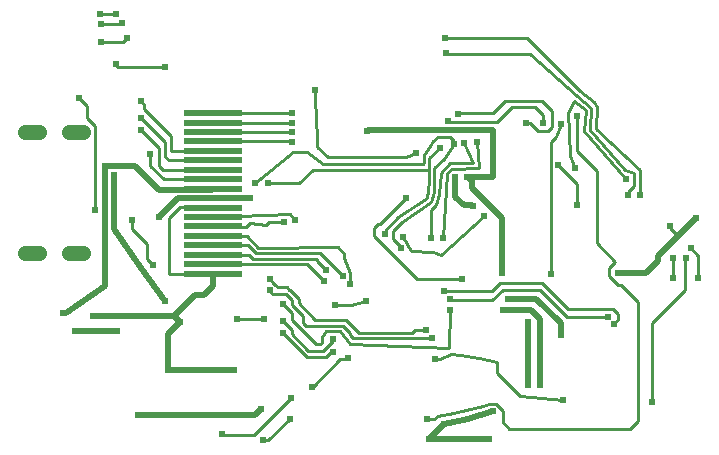
<source format=gbl>
G04 ---------------------------- Layer name :BOTTOM LAYER*
G04 EasyEDA v5.7.22, Tue, 28 Aug 2018 07:39:09 GMT*
G04 bfd24f9e386c429bb71d77877026fdf2*
G04 Gerber Generator version 0.2*
G04 Scale: 100 percent, Rotated: No, Reflected: No *
G04 Dimensions in inches *
G04 leading zeros omitted , absolute positions ,2 integer and 4 decimal *
%FSLAX24Y24*%
%MOIN*%
G90*
G70D02*

%ADD13C,0.020000*%
%ADD14C,0.010000*%
%ADD18C,0.024400*%
%ADD38C,0.051181*%
%ADD39R,0.196850X0.023620*%

%LPD*%
G54D13*
G01X2631Y4598D02*
G01X5331Y4598D01*
G01X5531Y4398D01*
G01X6631Y5998D02*
G01X6631Y5598D01*
G01X6331Y5298D01*
G01X6031Y5298D01*
G01X5331Y4598D01*
G01X1631Y4698D02*
G01X1731Y4698D01*
G01X3031Y5598D01*
G01X3031Y8598D01*
G01X3031Y9598D01*
G01X3431Y4098D02*
G01X2031Y4098D01*
G54D14*
G01X6631Y9148D02*
G01X4981Y9148D01*
G01X4531Y9598D01*
G01X4531Y9998D01*
G01X6631Y9463D02*
G01X4966Y9463D01*
G01X4831Y9598D01*
G01X4831Y10198D01*
G01X4231Y10798D01*
G01X6631Y9776D02*
G01X5152Y9776D01*
G01X5031Y9898D01*
G01X5031Y10398D01*
G01X4231Y11198D01*
G01X4211Y11738D02*
G01X4331Y11617D01*
G01X4331Y11498D01*
G01X5231Y10598D01*
G01X5231Y10098D01*
G01X6631Y10091D01*
G54D13*
G01X3031Y9598D02*
G01X4031Y9598D01*
G01X4731Y8898D01*
G01X4831Y8798D01*
G01X5031Y8798D01*
G01X6596Y8798D01*
G01X6631Y8832D01*
G01X6631Y8517D02*
G01X5451Y8517D01*
G01X4831Y7898D01*
G01X3331Y9298D02*
G01X3331Y7498D01*
G01X4231Y6198D01*
G01X5031Y5098D01*
G01X5131Y2798D02*
G01X5131Y3998D01*
G01X5531Y4398D01*
G54D14*
G01X2695Y8134D02*
G01X2695Y10934D01*
G01X2431Y11198D01*
G01X2431Y11598D01*
G01X2161Y11867D01*
G01X8331Y4498D02*
G01X7431Y4498D01*
G01X3931Y7798D02*
G01X3931Y7498D01*
G01X4431Y6998D01*
G01X4431Y6498D01*
G01X4631Y6298D01*
G54D13*
G01X5131Y2798D02*
G01X7331Y2798D01*
G01X4131Y1298D02*
G01X8031Y1298D01*
G01X8231Y1498D01*
G01X13831Y498D02*
G01X14331Y998D01*
G01X17131Y3698D02*
G01X17131Y4398D01*
G01X16291Y4798D02*
G01X17231Y4798D01*
G01X17531Y4498D01*
G01X17531Y2298D01*
G01X14331Y998D02*
G01X15111Y1167D01*
G01X15941Y1407D01*
G01X15941Y1407D01*
G01X17131Y2298D02*
G01X17131Y3698D01*
G01X18211Y3967D02*
G01X18211Y4348D01*
G01X17391Y5167D01*
G01X16451Y5167D01*
G01X13831Y498D02*
G01X15831Y498D01*
G54D14*
G01X19791Y4567D02*
G01X18421Y4567D01*
G01X17531Y5457D01*
G01X16281Y5457D01*
G01X15931Y5107D01*
G01X14551Y5107D01*
G01X14521Y5138D01*
G01X21941Y5838D02*
G01X21941Y6517D01*
G01X21951Y6528D01*
G01X22791Y5848D02*
G01X22791Y6598D01*
G01X22551Y6838D01*
G01X14331Y5428D02*
G01X15931Y5428D01*
G01X16201Y5698D01*
G01X17591Y5698D01*
G01X18461Y4828D01*
G01X19961Y4828D01*
G01X20131Y4657D01*
G01X20131Y4478D01*
G01X19981Y4328D01*
G54D13*
G01X14691Y9217D02*
G01X14691Y8567D01*
G01X14971Y8288D01*
G01X15241Y8288D01*
G01X15291Y8238D01*
G01X16241Y6007D02*
G01X16241Y7867D01*
G01X15241Y8867D01*
G01X15241Y9078D01*
G01X15101Y9217D01*
G01X6631Y8517D02*
G01X7831Y8517D01*
G01X7841Y8528D01*
G01X15101Y9217D02*
G01X15960Y9217D01*
G01X15964Y10778D01*
G01X11771Y10778D01*
G01X11761Y10767D01*
G54D14*
G01X6910Y637D02*
G01X7990Y637D01*
G01X9211Y1857D01*
G01X9931Y2228D02*
G01X9941Y2228D01*
G01X10851Y3138D01*
G01X11091Y3138D01*
G01X11131Y3178D01*
G01X21241Y1717D02*
G01X21241Y4348D01*
G01X22361Y5467D01*
G01X22361Y6498D01*
G01X22391Y6528D01*
G01X18271Y1778D02*
G01X16863Y1936D01*
G01X16101Y2698D01*
G01X16101Y3067D01*
G01X15501Y3188D01*
G01X14861Y3278D01*
G01X14551Y3317D01*
G01X14191Y3167D01*
G01X14021Y3167D01*
G01X6631Y6313D02*
G01X9756Y6313D01*
G01X10311Y5757D01*
G01X6631Y6628D02*
G01X7831Y6628D01*
G01X7961Y6498D01*
G01X10081Y6488D01*
G01X10081Y6417D01*
G01X10391Y6107D01*
G01X6631Y6942D02*
G01X7776Y6942D01*
G01X8041Y6678D01*
G01X10191Y6678D01*
G01X10951Y5917D01*
G01X11201Y5657D02*
G01X11191Y6007D01*
G01X11001Y6507D01*
G01X10971Y6657D01*
G01X10801Y6888D01*
G01X8131Y6848D01*
G01X7741Y7238D01*
G01X6651Y7238D01*
G01X6631Y7257D01*
G01X6631Y7888D02*
G01X9181Y7988D01*
G01X9341Y7788D01*
G01X9001Y7728D02*
G01X8471Y7728D01*
G01X8371Y7628D01*
G01X7861Y7688D01*
G01X7731Y7557D01*
G01X6646Y7557D01*
G01X6631Y7573D01*
G01X10611Y3388D02*
G01X10541Y3388D01*
G01X10381Y3228D01*
G01X9741Y3228D01*
G01X8961Y4007D01*
G01X10611Y3817D02*
G01X10611Y3757D01*
G01X10281Y3428D01*
G01X9791Y3428D01*
G01X9241Y3978D01*
G01X9241Y4128D01*
G01X8961Y4407D01*
G01X3370Y14658D02*
G01X2871Y14658D01*
G01X2851Y14638D01*
G01X14511Y4788D02*
G01X14491Y3528D01*
G01X11201Y3657D01*
G01X10841Y4098D01*
G01X10381Y4088D01*
G01X10261Y3898D01*
G01X10261Y3698D01*
G01X10201Y3638D01*
G01X10041Y3638D01*
G01X9241Y4438D01*
G01X9241Y4688D01*
G01X8951Y4978D01*
G01X2881Y14307D02*
G01X3570Y14307D01*
G01X3570Y14348D01*
G01X13931Y3857D02*
G01X13421Y3857D01*
G01X13401Y3838D01*
G01X11301Y3838D01*
G01X11181Y3957D01*
G01X11181Y4028D01*
G01X10941Y4267D01*
G01X9711Y4267D01*
G01X9611Y4367D01*
G01X9611Y4598D01*
G01X9241Y4967D01*
G01X9241Y5107D01*
G01X9041Y5307D01*
G01X8601Y5307D01*
G01X8531Y5438D01*
G01X13721Y4107D02*
G01X13341Y4107D01*
G01X13241Y4007D01*
G01X11481Y4007D01*
G01X11041Y4457D01*
G01X10021Y4457D01*
G01X9471Y5007D01*
G01X9471Y5157D01*
G01X9171Y5457D01*
G01X9161Y5457D01*
G01X9081Y5538D01*
G01X8791Y5538D01*
G01X8701Y5628D01*
G01X8681Y5628D01*
G01X8591Y5717D01*
G01X8591Y5748D01*
G01X8531Y5807D01*
G01X2891Y13708D02*
G01X3611Y13708D01*
G01X3761Y13857D01*
G01X5011Y12902D02*
G01X3446Y12902D01*
G01X3370Y12978D01*
G54D13*
G01X20131Y6028D02*
G01X21051Y6028D01*
G01X21451Y6428D01*
G01X21451Y6588D01*
G01X21921Y7057D01*
G01X21921Y7057D01*
G01X22731Y7867D01*
G54D14*
G01X12951Y7228D02*
G01X13221Y6748D01*
G01X13941Y6717D01*
G01X14211Y6607D01*
G01X15661Y7907D01*
G01X17881Y5978D02*
G01X17881Y10388D01*
G01X18051Y10557D01*
G01X18221Y10988D01*
G01X13741Y1148D02*
G01X13991Y1148D01*
G01X14131Y1238D01*
G01X14241Y1298D01*
G01X14491Y1328D01*
G01X15611Y1578D01*
G01X15811Y1657D01*
G01X16061Y1657D01*
G01X16291Y1428D01*
G01X16291Y1038D01*
G01X16501Y828D01*
G01X20531Y828D01*
G01X20801Y1088D01*
G01X20801Y5048D01*
G01X20221Y5628D01*
G01X20111Y5628D01*
G01X19811Y5928D01*
G01X19811Y6188D01*
G01X20021Y6398D01*
G01X19411Y7007D01*
G01X19411Y9405D01*
G01X18741Y10076D01*
G01X18741Y11257D01*
G01X12881Y6857D02*
G01X12881Y6878D01*
G01X12621Y7138D01*
G01X12621Y7407D01*
G01X12911Y7728D01*
G01X13891Y8398D01*
G01X13981Y8728D01*
G01X13981Y9507D01*
G01X14309Y9836D01*
G01X14641Y10317D01*
G01X12351Y7308D02*
G01X12351Y7437D01*
G01X12801Y7887D01*
G01X13741Y8517D01*
G01X13801Y8798D01*
G01X13820Y9087D01*
G01X13820Y9847D01*
G01X14171Y10198D01*
G01X13891Y7198D02*
G01X13891Y8107D01*
G01X14051Y8298D01*
G01X14157Y8663D01*
G01X14211Y9367D01*
G01X14521Y9698D01*
G01X15301Y9698D01*
G01X14991Y10357D01*
G01X14281Y7198D02*
G01X14411Y9338D01*
G01X14591Y9488D01*
G01X15491Y9507D01*
G01X15431Y10398D01*
G01X17621Y11017D02*
G01X17621Y11288D01*
G01X17341Y11567D01*
G01X16601Y11567D01*
G01X16101Y11067D01*
G01X14451Y11067D01*
G01X14441Y11078D01*
G01X17041Y11017D02*
G01X17171Y11017D01*
G01X17441Y10748D01*
G01X17771Y10748D01*
G01X17911Y10888D01*
G01X17911Y11407D01*
G01X17571Y11748D01*
G01X16351Y11748D01*
G01X15961Y11357D01*
G01X14841Y11357D01*
G01X14801Y11317D01*
G01X21841Y7578D02*
G01X21841Y7536D01*
G01X22120Y7257D01*
G01X20860Y8628D02*
G01X20860Y9458D01*
G01X19391Y10837D01*
G01X19431Y11567D01*
G01X19320Y11728D01*
G01X18841Y12098D01*
G01X17081Y13857D01*
G01X14361Y13857D01*
G01X20460Y8608D02*
G01X20460Y8717D01*
G01X20670Y8928D01*
G01X20670Y9355D01*
G01X20341Y9467D01*
G01X19181Y10798D01*
G01X19220Y11528D01*
G01X18760Y11917D01*
G01X17201Y13328D01*
G01X14381Y13328D01*
G01X14371Y13338D01*
G01X18761Y8288D02*
G01X18761Y8978D01*
G01X18121Y9617D01*
G01X20381Y9157D02*
G01X18991Y10748D01*
G01X19041Y11467D01*
G01X18661Y11738D01*
G01X18441Y11367D01*
G01X18481Y10717D01*
G01X18521Y9928D01*
G01X18681Y9528D01*
G01X10691Y4967D02*
G01X11231Y4967D01*
G01X11721Y5078D01*
G01X6630Y11352D02*
G01X9236Y11352D01*
G01X9251Y11338D01*
G01X6630Y11037D02*
G01X9251Y11037D01*
G01X9261Y11028D01*
G01X6630Y10722D02*
G01X9236Y10722D01*
G01X9251Y10707D01*
G01X6630Y10407D02*
G01X9221Y10407D01*
G01X9251Y10378D01*
G01X8451Y9007D02*
G01X9501Y9007D01*
G01X9951Y9458D01*
G01X11160Y9458D01*
G01X13820Y9460D01*
G01X13820Y9398D01*
G01X14641Y10317D02*
G01X14641Y10428D01*
G01X14521Y10548D01*
G01X14131Y10548D01*
G01X13940Y10428D01*
G01X13851Y10267D01*
G01X13651Y9938D01*
G01X13651Y9688D01*
G01X13621Y9657D01*
G01X10271Y9657D01*
G01X9741Y10057D01*
G01X9271Y10067D01*
G01X8031Y9017D01*
G01X10021Y12107D02*
G01X10021Y11517D01*
G01X10060Y11478D01*
G01X10091Y10228D01*
G01X10460Y9878D01*
G01X13070Y9878D01*
G01X13381Y10028D01*
G01X14931Y5807D02*
G01X13421Y5807D01*
G01X11971Y7257D01*
G01X11971Y7517D01*
G01X12121Y7667D01*
G01X12201Y7667D01*
G01X13061Y8528D01*
G01X8301Y438D02*
G01X8461Y438D01*
G01X9181Y1157D01*
G01X6631Y5998D02*
G01X5161Y5998D01*
G01X5151Y5988D01*
G01X5151Y7838D01*
G01X5521Y8207D01*
G01X6625Y8207D01*
G01X6631Y8202D01*
G54D39*
G01X6631Y5998D03*
G01X6631Y6313D03*
G01X6631Y6628D03*
G01X6631Y6942D03*
G01X6631Y7257D03*
G01X6631Y7573D03*
G01X6631Y7888D03*
G01X6631Y8203D03*
G01X6631Y8517D03*
G01X6631Y8832D03*
G01X6631Y9147D03*
G01X6631Y9462D03*
G01X6631Y9777D03*
G01X6631Y10092D03*
G01X6631Y10407D03*
G01X6631Y11036D03*
G01X6631Y10721D03*
G01X6631Y11351D03*
G54D18*
G01X2631Y4598D03*
G01X5531Y4398D03*
G01X1631Y4698D03*
G01X3031Y9598D03*
G01X3431Y4098D03*
G01X2031Y4098D03*
G01X3931Y7798D03*
G01X4531Y9998D03*
G01X4231Y10798D03*
G01X4231Y11198D03*
G01X4211Y11738D03*
G01X4831Y7898D03*
G01X3331Y9298D03*
G01X5031Y5098D03*
G01X5131Y2798D03*
G01X2695Y8133D03*
G01X2161Y11867D03*
G01X8331Y4498D03*
G01X7431Y4498D03*
G01X4631Y6298D03*
G01X7331Y2798D03*
G01X4131Y1298D03*
G01X8231Y1498D03*
G01X14331Y998D03*
G01X13831Y498D03*
G01X16291Y4798D03*
G01X17531Y2298D03*
G01X17131Y4398D03*
G01X17131Y3698D03*
G01X17131Y2298D03*
G01X15941Y1407D03*
G01X16451Y5167D03*
G01X18211Y3967D03*
G01X15831Y498D03*
G01X14521Y5138D03*
G01X19791Y4567D03*
G01X21941Y5838D03*
G01X22791Y5848D03*
G01X21951Y6528D03*
G01X22551Y6838D03*
G01X14331Y5428D03*
G01X19981Y4328D03*
G01X14691Y9217D03*
G01X15291Y8238D03*
G01X15101Y9217D03*
G01X16241Y6007D03*
G01X7841Y8528D03*
G01X11761Y10767D03*
G01X6911Y638D03*
G01X9211Y1857D03*
G01X9931Y2228D03*
G01X11131Y3178D03*
G01X21241Y1717D03*
G01X22391Y6528D03*
G01X18271Y1778D03*
G01X14021Y3167D03*
G01X10391Y6107D03*
G01X10311Y5757D03*
G01X10951Y5917D03*
G01X11201Y5657D03*
G01X9341Y7788D03*
G01X9001Y7728D03*
G01X10611Y3388D03*
G01X8961Y4007D03*
G01X10611Y3817D03*
G01X8961Y4407D03*
G01X3371Y14657D03*
G01X2851Y14638D03*
G01X14511Y4788D03*
G01X8951Y4978D03*
G01X3571Y14348D03*
G01X2881Y14307D03*
G01X13931Y3857D03*
G01X8531Y5438D03*
G01X13721Y4107D03*
G01X8531Y5807D03*
G01X3761Y13857D03*
G01X2891Y13707D03*
G01X5011Y12902D03*
G01X3371Y12978D03*
G01X20131Y6028D03*
G01X22731Y7867D03*
G01X12951Y7228D03*
G01X15661Y7907D03*
G01X17881Y5978D03*
G01X18221Y10988D03*
G01X13741Y1148D03*
G01X18741Y11257D03*
G01X12351Y7307D03*
G01X12881Y6857D03*
G01X14641Y10317D03*
G01X14171Y10198D03*
G01X14281Y7198D03*
G01X13891Y7198D03*
G01X14991Y10357D03*
G01X15431Y10398D03*
G01X14441Y11078D03*
G01X17041Y11017D03*
G01X14801Y11317D03*
G01X17621Y11017D03*
G01X21841Y7578D03*
G01X20461Y8607D03*
G01X20861Y8628D03*
G01X14361Y13857D03*
G01X14371Y13338D03*
G01X18761Y8288D03*
G01X18121Y9617D03*
G01X20381Y9157D03*
G01X18681Y9528D03*
G01X10691Y4967D03*
G01X11721Y5078D03*
G01X9251Y11338D03*
G01X9261Y11028D03*
G01X9251Y10707D03*
G01X9251Y10378D03*
G01X8451Y9007D03*
G01X8031Y9017D03*
G01X10021Y12107D03*
G01X13381Y10028D03*
G01X13061Y8528D03*
G01X14931Y5807D03*
G01X8301Y438D03*
G01X9181Y1157D03*
G54D38*
G01X820Y6690D02*
G01X347Y6690D01*
G01X820Y10705D02*
G01X347Y10705D01*
G01X2277Y10705D02*
G01X1804Y10705D01*
G01X2277Y6690D02*
G01X1804Y6690D01*
M00*
M02*

</source>
